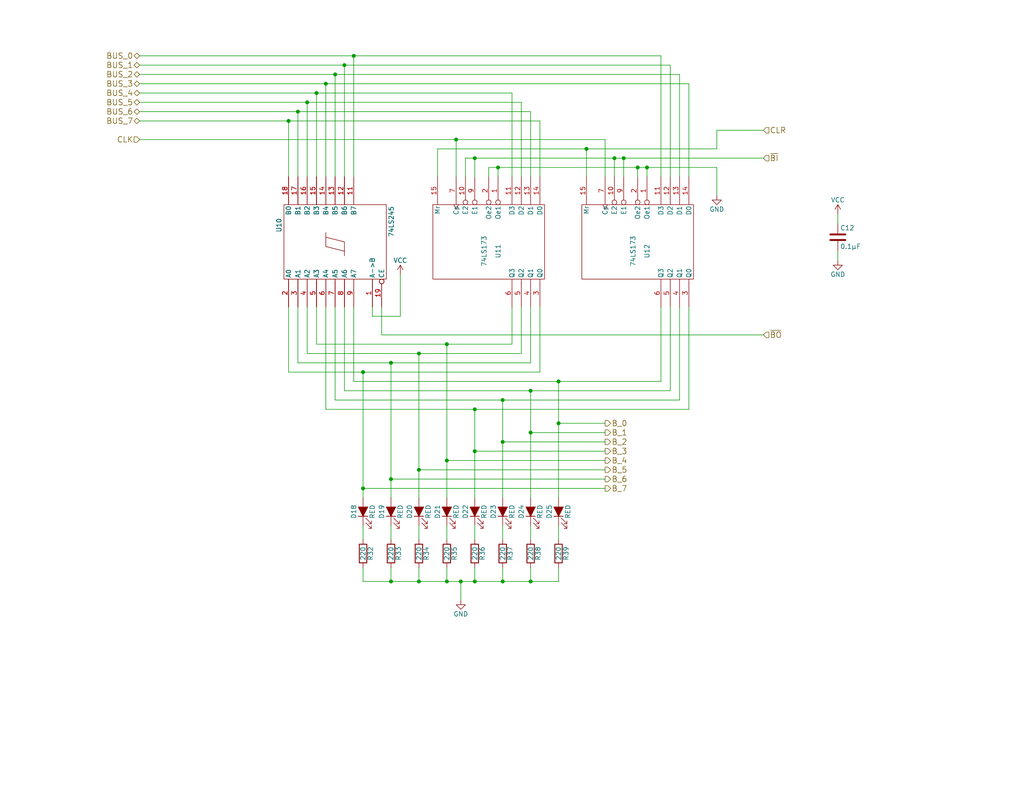
<source format=kicad_sch>
(kicad_sch (version 20230121) (generator eeschema)
  (paper "USLetter")
  (lib_symbols
    (symbol "8bit-computer-rescue:74LS173-8bit-computer-rescue" (pin_names (offset 0.254))
      (property "Reference" "U" (at 2.54 2.54 0))
      (property "Value" "8bit-computer-rescue:74LS173" (at 2.54 -1.27 0))
      (symbol "74LS173-8bit-computer-rescue_0_0"
        (pin power_in line (at -7.62 15.24 90) (length 0) hide (name "VCC") (number "16"))
        (pin power_in line (at -7.62 -15.24 90) (length 0) hide (name "GND") (number "8"))
      )
      (symbol "74LS173-8bit-computer-rescue_0_1"
        (rectangle (start -10.16 15.24) (end 10.16 -15.24))
      )
      (symbol "74LS173-8bit-computer-rescue_1_1"
        (pin input inverted (at -17.78 2.54 0) (length 7.62) (name "Oe1") (number "1"))
        (pin input inverted (at -17.78 -6.35 0) (length 7.62) (name "E2") (number "10"))
        (pin input line (at -17.78 6.35 0) (length 7.62) (name "D3") (number "11"))
        (pin input line (at -17.78 8.89 0) (length 7.62) (name "D2") (number "12"))
        (pin input line (at -17.78 11.43 0) (length 7.62) (name "D1") (number "13"))
        (pin input line (at -17.78 13.97 0) (length 7.62) (name "D0") (number "14"))
        (pin input line (at -17.78 -13.97 0) (length 7.62) (name "Mr") (number "15"))
        (pin input inverted (at -17.78 0 0) (length 7.62) (name "Oe2") (number "2"))
        (pin tri_state line (at 17.78 13.97 180) (length 7.62) (name "Q0") (number "3"))
        (pin tri_state line (at 17.78 11.43 180) (length 7.62) (name "Q1") (number "4"))
        (pin tri_state line (at 17.78 8.89 180) (length 7.62) (name "Q2") (number "5"))
        (pin tri_state line (at 17.78 6.35 180) (length 7.62) (name "Q3") (number "6"))
        (pin input clock (at -17.78 -8.89 0) (length 7.62) (name "Cp") (number "7"))
        (pin input inverted (at -17.78 -3.81 0) (length 7.62) (name "E1") (number "9"))
      )
    )
    (symbol "8bit-computer-rescue:74LS245-8bit-computer-rescue" (pin_names (offset 0.254))
      (property "Reference" "U" (at 2.54 14.605 0))
      (property "Value" "8bit-computer-rescue:74LS245" (at 1.27 -14.605 0))
      (symbol "74LS245-8bit-computer-rescue_0_0"
        (pin power_in line (at 0 -13.97 90) (length 0) hide (name "GND") (number "10"))
        (pin power_in line (at 0 13.97 270) (length 0) hide (name "VCC") (number "20"))
      )
      (symbol "74LS245-8bit-computer-rescue_0_1"
        (rectangle (start -10.16 13.97) (end 10.16 -13.97))
        (polyline (pts (xy 1.27 2.54) (xy 0 -2.54) (xy -2.54 -2.54)))
        (polyline (pts (xy 2.54 2.54) (xy -1.27 2.54) (xy -2.54 -2.54) (xy -3.81 -2.54)))
      )
      (symbol "74LS245-8bit-computer-rescue_1_1"
        (pin input line (at -17.78 -10.16 0) (length 7.62) (name "A->B") (number "1"))
        (pin tri_state line (at 17.78 -5.08 180) (length 7.62) (name "B7") (number "11"))
        (pin tri_state line (at 17.78 -2.54 180) (length 7.62) (name "B6") (number "12"))
        (pin tri_state line (at 17.78 0 180) (length 7.62) (name "B5") (number "13"))
        (pin tri_state line (at 17.78 2.54 180) (length 7.62) (name "B4") (number "14"))
        (pin tri_state line (at 17.78 5.08 180) (length 7.62) (name "B3") (number "15"))
        (pin tri_state line (at 17.78 7.62 180) (length 7.62) (name "B2") (number "16"))
        (pin tri_state line (at 17.78 10.16 180) (length 7.62) (name "B1") (number "17"))
        (pin tri_state line (at 17.78 12.7 180) (length 7.62) (name "B0") (number "18"))
        (pin input inverted (at -17.78 -12.7 0) (length 7.62) (name "CE") (number "19"))
        (pin tri_state line (at -17.78 12.7 0) (length 7.62) (name "A0") (number "2"))
        (pin tri_state line (at -17.78 10.16 0) (length 7.62) (name "A1") (number "3"))
        (pin tri_state line (at -17.78 7.62 0) (length 7.62) (name "A2") (number "4"))
        (pin tri_state line (at -17.78 5.08 0) (length 7.62) (name "A3") (number "5"))
        (pin tri_state line (at -17.78 2.54 0) (length 7.62) (name "A4") (number "6"))
        (pin tri_state line (at -17.78 0 0) (length 7.62) (name "A5") (number "7"))
        (pin tri_state line (at -17.78 -2.54 0) (length 7.62) (name "A6") (number "8"))
        (pin tri_state line (at -17.78 -5.08 0) (length 7.62) (name "A7") (number "9"))
      )
    )
    (symbol "8bit-computer-rescue:LED_ALT-Device" (pin_numbers hide) (pin_names (offset 1.016) hide)
      (property "Reference" "D" (at 0 2.54 0))
      (property "Value" "Device:LED_ALT" (at 0 -2.54 0))
      (symbol "LED_ALT-Device_0_1"
        (polyline (pts (xy -1.27 -1.27) (xy -1.27 1.27)) (stroke (width 0.2032)))
        (polyline (pts (xy -1.27 0) (xy 1.27 0)))
        (polyline (pts (xy 1.27 -1.27) (xy 1.27 1.27) (xy -1.27 0) (xy 1.27 -1.27)) (stroke (width 0.2032)) (fill (type outline)))
        (polyline (pts (xy -3.048 -0.762) (xy -4.572 -2.286) (xy -3.81 -2.286) (xy -4.572 -2.286) (xy -4.572 -1.524)))
        (polyline (pts (xy -1.778 -0.762) (xy -3.302 -2.286) (xy -2.54 -2.286) (xy -3.302 -2.286) (xy -3.302 -1.524)))
      )
      (symbol "LED_ALT-Device_1_1"
        (pin passive line (at -3.81 0 0) (length 2.54) (name "K") (number "1"))
        (pin passive line (at 3.81 0 180) (length 2.54) (name "A") (number "2"))
      )
    )
    (symbol "Device:C" (pin_numbers hide) (pin_names (offset 0.254))
      (property "Reference" "C" (at 0.635 2.54 0))
      (property "Value" "C" (at 0.635 -2.54 0))
      (symbol "C_0_1"
        (polyline (pts (xy -2.032 -0.762) (xy 2.032 -0.762)) (stroke (width 0.508)))
        (polyline (pts (xy -2.032 0.762) (xy 2.032 0.762)) (stroke (width 0.508)))
      )
      (symbol "C_1_1"
        (pin passive line (at 0 3.81 270) (length 2.794) (name "~") (number "1"))
        (pin passive line (at 0 -3.81 90) (length 2.794) (name "~") (number "2"))
      )
    )
    (symbol "Device:R" (pin_numbers hide) (pin_names (offset 0))
      (property "Reference" "R" (at 2.032 0 90))
      (property "Value" "R" (at 0 0 90))
      (symbol "R_0_1"
        (rectangle (start -1.016 -2.54) (end 1.016 2.54) (stroke (width 0.254)))
      )
      (symbol "R_1_1"
        (pin passive line (at 0 3.81 270) (length 1.27) (name "~") (number "1"))
        (pin passive line (at 0 -3.81 90) (length 1.27) (name "~") (number "2"))
      )
    )
    (symbol "power:GND" (power) (pin_names (offset 0))
      (property "Value" "GND" (at 0 -3.81 0))
      (symbol "GND_0_1"
        (polyline (pts (xy 0 0) (xy 0 -1.27) (xy 1.27 -1.27) (xy 0 -2.54) (xy -1.27 -1.27) (xy 0 -1.27)))
      )
      (symbol "GND_1_1"
        (pin power_in line (at 0 0 270) (length 0) hide (name "GND") (number "1"))
      )
    )
    (symbol "power:VCC" (power) (pin_names (offset 0))
      (property "Value" "VCC" (at 0 3.81 0))
      (symbol "VCC_0_1"
        (polyline (pts (xy -0.762 1.27) (xy 0 2.54)))
        (polyline (pts (xy 0 0) (xy 0 2.54)))
        (polyline (pts (xy 0 2.54) (xy 0.762 1.27)))
      )
      (symbol "VCC_1_1"
        (pin power_in line (at 0 0 90) (length 0) hide (name "VCC") (number "1"))
      )
    )
  )
  (junction (at 96.52 15.24))
  (junction (at 86.36 25.4))
  (junction (at 83.82 27.94))
  (junction (at 137.16 120.65))
  (junction (at 93.98 17.78))
  (junction (at 106.68 158.75))
  (junction (at 167.64 43.18))
  (junction (at 135.89 45.72))
  (junction (at 137.16 158.75))
  (junction (at 170.18 43.18))
  (junction (at 144.78 118.11))
  (junction (at 114.3 128.27))
  (junction (at 114.3 158.75))
  (junction (at 114.3 96.52))
  (junction (at 173.99 45.72))
  (junction (at 129.54 111.76))
  (junction (at 129.54 123.19))
  (junction (at 121.92 93.98))
  (junction (at 129.54 43.18))
  (junction (at 124.46 38.1))
  (junction (at 144.78 106.68))
  (junction (at 91.44 20.32))
  (junction (at 99.06 133.35))
  (junction (at 106.68 99.06))
  (junction (at 176.53 45.72))
  (junction (at 152.4 115.57))
  (junction (at 129.54 158.75))
  (junction (at 144.78 158.75))
  (junction (at 121.92 158.75))
  (junction (at 121.92 125.73))
  (junction (at 99.06 101.6))
  (junction (at 88.9 22.86))
  (junction (at 106.68 130.81))
  (junction (at 137.16 109.22))
  (junction (at 152.4 104.14))
  (junction (at 78.74 33.02))
  (junction (at 160.02 40.64))
  (junction (at 125.73 158.75))
  (junction (at 81.28 30.48))
  (wire (pts (xy 185.42 109.22) (xy 185.42 83.82)))
  (wire (pts (xy 144.78 99.06) (xy 144.78 83.82)))
  (wire (pts (xy 104.14 91.44) (xy 208.28 91.44)))
  (wire (pts (xy 93.98 17.78) (xy 182.88 17.78)))
  (wire (pts (xy 38.1 20.32) (xy 91.44 20.32)))
  (wire (pts (xy 101.6 86.36) (xy 109.22 86.36)))
  (wire (pts (xy 180.34 15.24) (xy 180.34 48.26)))
  (wire (pts (xy 114.3 154.94) (xy 114.3 158.75)))
  (wire (pts (xy 114.3 128.27) (xy 114.3 135.89)))
  (wire (pts (xy 81.28 83.82) (xy 81.28 99.06)))
  (wire (pts (xy 170.18 43.18) (xy 170.18 48.26)))
  (wire (pts (xy 182.88 17.78) (xy 182.88 48.26)))
  (wire (pts (xy 96.52 15.24) (xy 180.34 15.24)))
  (wire (pts (xy 195.58 40.64) (xy 195.58 35.56)))
  (wire (pts (xy 144.78 106.68) (xy 144.78 118.11)))
  (wire (pts (xy 137.16 109.22) (xy 137.16 120.65)))
  (wire (pts (xy 129.54 154.94) (xy 129.54 158.75)))
  (wire (pts (xy 96.52 104.14) (xy 152.4 104.14)))
  (wire (pts (xy 38.1 25.4) (xy 86.36 25.4)))
  (wire (pts (xy 106.68 154.94) (xy 106.68 158.75)))
  (wire (pts (xy 106.68 99.06) (xy 106.68 130.81)))
  (wire (pts (xy 121.92 93.98) (xy 139.7 93.98)))
  (wire (pts (xy 119.38 48.26) (xy 119.38 40.64)))
  (wire (pts (xy 124.46 38.1) (xy 165.1 38.1)))
  (wire (pts (xy 144.78 143.51) (xy 144.78 147.32)))
  (wire (pts (xy 137.16 109.22) (xy 185.42 109.22)))
  (wire (pts (xy 38.1 22.86) (xy 88.9 22.86)))
  (wire (pts (xy 99.06 143.51) (xy 99.06 147.32)))
  (wire (pts (xy 129.54 158.75) (xy 137.16 158.75)))
  (wire (pts (xy 228.6 71.12) (xy 228.6 68.58)))
  (wire (pts (xy 99.06 158.75) (xy 106.68 158.75)))
  (wire (pts (xy 88.9 22.86) (xy 187.96 22.86)))
  (wire (pts (xy 142.24 96.52) (xy 142.24 83.82)))
  (wire (pts (xy 99.06 133.35) (xy 99.06 135.89)))
  (wire (pts (xy 38.1 17.78) (xy 93.98 17.78)))
  (wire (pts (xy 78.74 83.82) (xy 78.74 101.6)))
  (wire (pts (xy 129.54 123.19) (xy 129.54 135.89)))
  (wire (pts (xy 147.32 33.02) (xy 147.32 48.26)))
  (wire (pts (xy 38.1 15.24) (xy 96.52 15.24)))
  (wire (pts (xy 125.73 163.83) (xy 125.73 158.75)))
  (wire (pts (xy 78.74 33.02) (xy 147.32 33.02)))
  (wire (pts (xy 152.4 104.14) (xy 180.34 104.14)))
  (wire (pts (xy 93.98 106.68) (xy 144.78 106.68)))
  (wire (pts (xy 106.68 158.75) (xy 114.3 158.75)))
  (wire (pts (xy 165.1 118.11) (xy 144.78 118.11)))
  (wire (pts (xy 167.64 43.18) (xy 167.64 48.26)))
  (wire (pts (xy 139.7 93.98) (xy 139.7 83.82)))
  (wire (pts (xy 81.28 30.48) (xy 81.28 48.26)))
  (wire (pts (xy 182.88 106.68) (xy 182.88 83.82)))
  (wire (pts (xy 165.1 128.27) (xy 114.3 128.27)))
  (wire (pts (xy 127 43.18) (xy 129.54 43.18)))
  (wire (pts (xy 170.18 43.18) (xy 208.28 43.18)))
  (wire (pts (xy 91.44 83.82) (xy 91.44 109.22)))
  (wire (pts (xy 129.54 111.76) (xy 187.96 111.76)))
  (wire (pts (xy 96.52 15.24) (xy 96.52 48.26)))
  (wire (pts (xy 135.89 45.72) (xy 173.99 45.72)))
  (wire (pts (xy 88.9 83.82) (xy 88.9 111.76)))
  (wire (pts (xy 135.89 45.72) (xy 135.89 48.26)))
  (wire (pts (xy 99.06 101.6) (xy 99.06 133.35)))
  (wire (pts (xy 167.64 43.18) (xy 170.18 43.18)))
  (wire (pts (xy 228.6 60.96) (xy 228.6 58.42)))
  (wire (pts (xy 187.96 22.86) (xy 187.96 48.26)))
  (wire (pts (xy 104.14 83.82) (xy 104.14 91.44)))
  (wire (pts (xy 152.4 115.57) (xy 152.4 135.89)))
  (wire (pts (xy 160.02 40.64) (xy 195.58 40.64)))
  (wire (pts (xy 86.36 25.4) (xy 139.7 25.4)))
  (wire (pts (xy 129.54 143.51) (xy 129.54 147.32)))
  (wire (pts (xy 109.22 86.36) (xy 109.22 74.93)))
  (wire (pts (xy 114.3 158.75) (xy 121.92 158.75)))
  (wire (pts (xy 88.9 22.86) (xy 88.9 48.26)))
  (wire (pts (xy 137.16 158.75) (xy 144.78 158.75)))
  (wire (pts (xy 93.98 83.82) (xy 93.98 106.68)))
  (wire (pts (xy 165.1 120.65) (xy 137.16 120.65)))
  (wire (pts (xy 121.92 93.98) (xy 121.92 125.73)))
  (wire (pts (xy 176.53 45.72) (xy 176.53 48.26)))
  (wire (pts (xy 144.78 154.94) (xy 144.78 158.75)))
  (wire (pts (xy 38.1 27.94) (xy 83.82 27.94)))
  (wire (pts (xy 86.36 48.26) (xy 86.36 25.4)))
  (wire (pts (xy 83.82 27.94) (xy 83.82 48.26)))
  (wire (pts (xy 78.74 101.6) (xy 99.06 101.6)))
  (wire (pts (xy 99.06 101.6) (xy 147.32 101.6)))
  (wire (pts (xy 165.1 38.1) (xy 165.1 48.26)))
  (wire (pts (xy 152.4 143.51) (xy 152.4 147.32)))
  (wire (pts (xy 86.36 93.98) (xy 121.92 93.98)))
  (wire (pts (xy 152.4 158.75) (xy 152.4 154.94)))
  (wire (pts (xy 129.54 43.18) (xy 129.54 48.26)))
  (wire (pts (xy 121.92 154.94) (xy 121.92 158.75)))
  (wire (pts (xy 165.1 130.81) (xy 106.68 130.81)))
  (wire (pts (xy 137.16 154.94) (xy 137.16 158.75)))
  (wire (pts (xy 83.82 27.94) (xy 142.24 27.94)))
  (wire (pts (xy 106.68 143.51) (xy 106.68 147.32)))
  (wire (pts (xy 121.92 143.51) (xy 121.92 147.32)))
  (wire (pts (xy 144.78 118.11) (xy 144.78 135.89)))
  (wire (pts (xy 195.58 35.56) (xy 208.28 35.56)))
  (wire (pts (xy 127 48.26) (xy 127 43.18)))
  (wire (pts (xy 86.36 83.82) (xy 86.36 93.98)))
  (wire (pts (xy 137.16 143.51) (xy 137.16 147.32)))
  (wire (pts (xy 129.54 123.19) (xy 165.1 123.19)))
  (wire (pts (xy 38.1 38.1) (xy 124.46 38.1)))
  (wire (pts (xy 173.99 45.72) (xy 173.99 48.26)))
  (wire (pts (xy 133.35 48.26) (xy 133.35 45.72)))
  (wire (pts (xy 121.92 125.73) (xy 121.92 135.89)))
  (wire (pts (xy 165.1 133.35) (xy 99.06 133.35)))
  (wire (pts (xy 101.6 83.82) (xy 101.6 86.36)))
  (wire (pts (xy 144.78 30.48) (xy 144.78 48.26)))
  (wire (pts (xy 106.68 130.81) (xy 106.68 135.89)))
  (wire (pts (xy 144.78 158.75) (xy 152.4 158.75)))
  (wire (pts (xy 114.3 143.51) (xy 114.3 147.32)))
  (wire (pts (xy 147.32 101.6) (xy 147.32 83.82)))
  (wire (pts (xy 173.99 45.72) (xy 176.53 45.72)))
  (wire (pts (xy 185.42 20.32) (xy 185.42 48.26)))
  (wire (pts (xy 129.54 111.76) (xy 129.54 123.19)))
  (wire (pts (xy 91.44 109.22) (xy 137.16 109.22)))
  (wire (pts (xy 160.02 40.64) (xy 160.02 48.26)))
  (wire (pts (xy 93.98 17.78) (xy 93.98 48.26)))
  (wire (pts (xy 106.68 99.06) (xy 144.78 99.06)))
  (wire (pts (xy 129.54 43.18) (xy 167.64 43.18)))
  (wire (pts (xy 81.28 99.06) (xy 106.68 99.06)))
  (wire (pts (xy 99.06 154.94) (xy 99.06 158.75)))
  (wire (pts (xy 121.92 158.75) (xy 125.73 158.75)))
  (wire (pts (xy 152.4 104.14) (xy 152.4 115.57)))
  (wire (pts (xy 144.78 106.68) (xy 182.88 106.68)))
  (wire (pts (xy 83.82 96.52) (xy 114.3 96.52)))
  (wire (pts (xy 114.3 96.52) (xy 142.24 96.52)))
  (wire (pts (xy 165.1 115.57) (xy 152.4 115.57)))
  (wire (pts (xy 91.44 20.32) (xy 91.44 48.26)))
  (wire (pts (xy 96.52 83.82) (xy 96.52 104.14)))
  (wire (pts (xy 142.24 27.94) (xy 142.24 48.26)))
  (wire (pts (xy 125.73 158.75) (xy 129.54 158.75)))
  (wire (pts (xy 91.44 20.32) (xy 185.42 20.32)))
  (wire (pts (xy 124.46 38.1) (xy 124.46 48.26)))
  (wire (pts (xy 78.74 33.02) (xy 78.74 48.26)))
  (wire (pts (xy 38.1 33.02) (xy 78.74 33.02)))
  (wire (pts (xy 176.53 45.72) (xy 195.58 45.72)))
  (wire (pts (xy 114.3 96.52) (xy 114.3 128.27)))
  (wire (pts (xy 81.28 30.48) (xy 144.78 30.48)))
  (wire (pts (xy 88.9 111.76) (xy 129.54 111.76)))
  (wire (pts (xy 119.38 40.64) (xy 160.02 40.64)))
  (wire (pts (xy 180.34 104.14) (xy 180.34 83.82)))
  (wire (pts (xy 137.16 120.65) (xy 137.16 135.89)))
  (wire (pts (xy 133.35 45.72) (xy 135.89 45.72)))
  (wire (pts (xy 139.7 25.4) (xy 139.7 48.26)))
  (wire (pts (xy 195.58 45.72) (xy 195.58 53.34)))
  (wire (pts (xy 38.1 30.48) (xy 81.28 30.48)))
  (wire (pts (xy 165.1 125.73) (xy 121.92 125.73)))
  (wire (pts (xy 187.96 111.76) (xy 187.96 83.82)))
  (wire (pts (xy 83.82 83.82) (xy 83.82 96.52)))
  (hierarchical_label "BUS_0" (shape bidirectional) (at 38.1 15.24 180) (effects (font (size 1.524 1.524))))
  (hierarchical_label "B_3" (shape output) (at 165.1 123.19 0) (effects (font (size 1.524 1.524))))
  (hierarchical_label "BUS_7" (shape bidirectional) (at 38.1 33.02 180) (effects (font (size 1.524 1.524))))
  (hierarchical_label "BUS_3" (shape bidirectional) (at 38.1 22.86 180) (effects (font (size 1.524 1.524))))
  (hierarchical_label "~{BI}" (shape input) (at 208.28 43.18 0) (effects (font (size 1.524 1.524))))
  (hierarchical_label "CLR" (shape input) (at 208.28 35.56 0) (effects (font (size 1.524 1.524))))
  (hierarchical_label "B_5" (shape output) (at 165.1 128.27 0) (effects (font (size 1.524 1.524))))
  (hierarchical_label "BUS_1" (shape bidirectional) (at 38.1 17.78 180) (effects (font (size 1.524 1.524))))
  (hierarchical_label "BUS_5" (shape bidirectional) (at 38.1 27.94 180) (effects (font (size 1.524 1.524))))
  (hierarchical_label "B_7" (shape output) (at 165.1 133.35 0) (effects (font (size 1.524 1.524))))
  (hierarchical_label "BUS_4" (shape bidirectional) (at 38.1 25.4 180) (effects (font (size 1.524 1.524))))
  (hierarchical_label "BUS_6" (shape bidirectional) (at 38.1 30.48 180) (effects (font (size 1.524 1.524))))
  (hierarchical_label "B_0" (shape output) (at 165.1 115.57 0) (effects (font (size 1.524 1.524))))
  (hierarchical_label "CLK" (shape input) (at 38.1 38.1 180) (effects (font (size 1.524 1.524))))
  (hierarchical_label "~{BO}" (shape input) (at 208.28 91.44 0) (effects (font (size 1.524 1.524))))
  (hierarchical_label "B_4" (shape output) (at 165.1 125.73 0) (effects (font (size 1.524 1.524))))
  (hierarchical_label "B_6" (shape output) (at 165.1 130.81 0) (effects (font (size 1.524 1.524))))
  (hierarchical_label "B_1" (shape output) (at 165.1 118.11 0) (effects (font (size 1.524 1.524))))
  (hierarchical_label "BUS_2" (shape bidirectional) (at 38.1 20.32 180) (effects (font (size 1.524 1.524))))
  (hierarchical_label "B_2" (shape output) (at 165.1 120.65 0) (effects (font (size 1.524 1.524))))
  (symbol (lib_id "8bit-computer-rescue:74LS173-8bit-computer-rescue") (at 173.99 66.04 270) (unit 1)
    (property "Reference" "U12" (at 176.53 68.58 0))
    (property "Value" "74LS173" (at 172.72 68.58 0))
    (property "Footprint" "Package_DIP:DIP-16_W7.62mm" (effects hide))
  )
  (symbol (lib_id "8bit-computer-rescue:74LS245-8bit-computer-rescue") (at 91.44 66.04 90) (unit 1)
    (property "Reference" "U10" (at 76.835 63.5 0) (effects (justify left bottom)))
    (property "Value" "74LS245" (at 106.045 64.77 0) (effects (justify left top)))
    (property "Footprint" "Package_DIP:DIP-20_W7.62mm" (effects hide))
  )
  (symbol (lib_id "8bit-computer-rescue:LED_ALT-Device") (at 106.68 139.7 90) (unit 1)
    (property "Reference" "D19" (at 104.14 139.7 0))
    (property "Value" "RED" (at 109.22 139.7 0))
    (property "Footprint" "LED_THT:LED_D5.0mm" (effects hide))
  )
  (symbol (lib_id "Device:R") (at 99.06 151.13 0) (unit 1)
    (property "Reference" "R32" (at 101.092 151.13 90))
    (property "Value" "220" (at 99.06 151.13 90))
    (property "Footprint" "Resistor_THT:R_Axial_DIN0207_L6.3mm_D2.5mm_P7.62mm_Horizontal" (effects hide))
  )
  (symbol (lib_id "Device:R") (at 106.68 151.13 0) (unit 1)
    (property "Reference" "R33" (at 108.712 151.13 90))
    (property "Value" "220" (at 106.68 151.13 90))
    (property "Footprint" "Resistor_THT:R_Axial_DIN0207_L6.3mm_D2.5mm_P7.62mm_Horizontal" (effects hide))
  )
  (symbol (lib_id "Device:R") (at 144.78 151.13 0) (unit 1)
    (property "Reference" "R38" (at 146.812 151.13 90))
    (property "Value" "220" (at 144.78 151.13 90))
    (property "Footprint" "Resistor_THT:R_Axial_DIN0207_L6.3mm_D2.5mm_P7.62mm_Horizontal" (effects hide))
  )
  (symbol (lib_id "power:GND") (at 125.73 163.83 0) (unit 1)
    (property "Reference" "#PWR019" (effects hide))
    (property "Value" "GND" (at 125.73 167.64 0))
  )
  (symbol (lib_id "power:GND") (at 195.58 53.34 0) (unit 1)
    (property "Reference" "#PWR021" (effects hide))
    (property "Value" "GND" (at 195.58 57.15 0))
  )
  (symbol (lib_id "8bit-computer-rescue:74LS173-8bit-computer-rescue") (at 133.35 66.04 270) (unit 1)
    (property "Reference" "U11" (at 135.89 68.58 0))
    (property "Value" "74LS173" (at 132.08 68.58 0))
    (property "Footprint" "Package_DIP:DIP-16_W7.62mm" (effects hide))
  )
  (symbol (lib_id "8bit-computer-rescue:LED_ALT-Device") (at 99.06 139.7 90) (unit 1)
    (property "Reference" "D18" (at 96.52 139.7 0))
    (property "Value" "RED" (at 101.6 139.7 0))
    (property "Footprint" "LED_THT:LED_D5.0mm" (effects hide))
  )
  (symbol (lib_id "8bit-computer-rescue:LED_ALT-Device") (at 114.3 139.7 90) (unit 1)
    (property "Reference" "D20" (at 111.76 139.7 0))
    (property "Value" "RED" (at 116.84 139.7 0))
    (property "Footprint" "LED_THT:LED_D5.0mm" (effects hide))
  )
  (symbol (lib_id "8bit-computer-rescue:LED_ALT-Device") (at 121.92 139.7 90) (unit 1)
    (property "Reference" "D21" (at 119.38 139.7 0))
    (property "Value" "RED" (at 124.46 139.7 0))
    (property "Footprint" "LED_THT:LED_D5.0mm" (effects hide))
  )
  (symbol (lib_id "8bit-computer-rescue:LED_ALT-Device") (at 129.54 139.7 90) (unit 1)
    (property "Reference" "D22" (at 127 139.7 0))
    (property "Value" "RED" (at 132.08 139.7 0))
    (property "Footprint" "LED_THT:LED_D5.0mm" (effects hide))
  )
  (symbol (lib_id "8bit-computer-rescue:LED_ALT-Device") (at 137.16 139.7 90) (unit 1)
    (property "Reference" "D23" (at 134.62 139.7 0))
    (property "Value" "RED" (at 139.7 139.7 0))
    (property "Footprint" "LED_THT:LED_D5.0mm" (effects hide))
  )
  (symbol (lib_id "8bit-computer-rescue:LED_ALT-Device") (at 144.78 139.7 90) (unit 1)
    (property "Reference" "D24" (at 142.24 139.7 0))
    (property "Value" "RED" (at 147.32 139.7 0))
    (property "Footprint" "LED_THT:LED_D5.0mm" (effects hide))
  )
  (symbol (lib_id "8bit-computer-rescue:LED_ALT-Device") (at 152.4 139.7 90) (unit 1)
    (property "Reference" "D25" (at 149.86 139.7 0))
    (property "Value" "RED" (at 154.94 139.7 0))
    (property "Footprint" "LED_THT:LED_D5.0mm" (effects hide))
  )
  (symbol (lib_id "Device:R") (at 114.3 151.13 0) (unit 1)
    (property "Reference" "R34" (at 116.332 151.13 90))
    (property "Value" "220" (at 114.3 151.13 90))
    (property "Footprint" "Resistor_THT:R_Axial_DIN0207_L6.3mm_D2.5mm_P7.62mm_Horizontal" (effects hide))
  )
  (symbol (lib_id "Device:R") (at 121.92 151.13 0) (unit 1)
    (property "Reference" "R35" (at 123.952 151.13 90))
    (property "Value" "220" (at 121.92 151.13 90))
    (property "Footprint" "Resistor_THT:R_Axial_DIN0207_L6.3mm_D2.5mm_P7.62mm_Horizontal" (effects hide))
  )
  (symbol (lib_id "Device:R") (at 129.54 151.13 0) (unit 1)
    (property "Reference" "R36" (at 131.572 151.13 90))
    (property "Value" "220" (at 129.54 151.13 90))
    (property "Footprint" "Resistor_THT:R_Axial_DIN0207_L6.3mm_D2.5mm_P7.62mm_Horizontal" (effects hide))
  )
  (symbol (lib_id "Device:R") (at 137.16 151.13 0) (unit 1)
    (property "Reference" "R37" (at 139.192 151.13 90))
    (property "Value" "220" (at 137.16 151.13 90))
    (property "Footprint" "Resistor_THT:R_Axial_DIN0207_L6.3mm_D2.5mm_P7.62mm_Horizontal" (effects hide))
  )
  (symbol (lib_id "Device:R") (at 152.4 151.13 0) (unit 1)
    (property "Reference" "R39" (at 154.432 151.13 90))
    (property "Value" "220" (at 152.4 151.13 90))
    (property "Footprint" "Resistor_THT:R_Axial_DIN0207_L6.3mm_D2.5mm_P7.62mm_Horizontal" (effects hide))
  )
  (symbol (lib_id "power:VCC") (at 109.22 74.93 0) (unit 1)
    (property "Reference" "#PWR020" (effects hide))
    (property "Value" "VCC" (at 109.22 71.12 0))
  )
  (symbol (lib_id "Device:C") (at 228.6 64.77 0) (unit 1)
    (property "Reference" "C12" (at 229.235 62.23 0) (effects (justify left)))
    (property "Value" "0.1µF" (at 229.235 67.31 0) (effects (justify left)))
    (property "Footprint" "Capacitor_THT:C_Disc_D4.3mm_W1.9mm_P5.00mm" (effects hide))
  )
  (symbol (lib_id "power:VCC") (at 228.6 58.42 0) (unit 1)
    (property "Reference" "#PWR022" (effects hide))
    (property "Value" "VCC" (at 228.6 54.61 0))
  )
  (symbol (lib_id "power:GND") (at 228.6 71.12 0) (unit 1)
    (property "Reference" "#PWR023" (effects hide))
    (property "Value" "GND" (at 228.6 74.93 0))
  )
)
</source>
